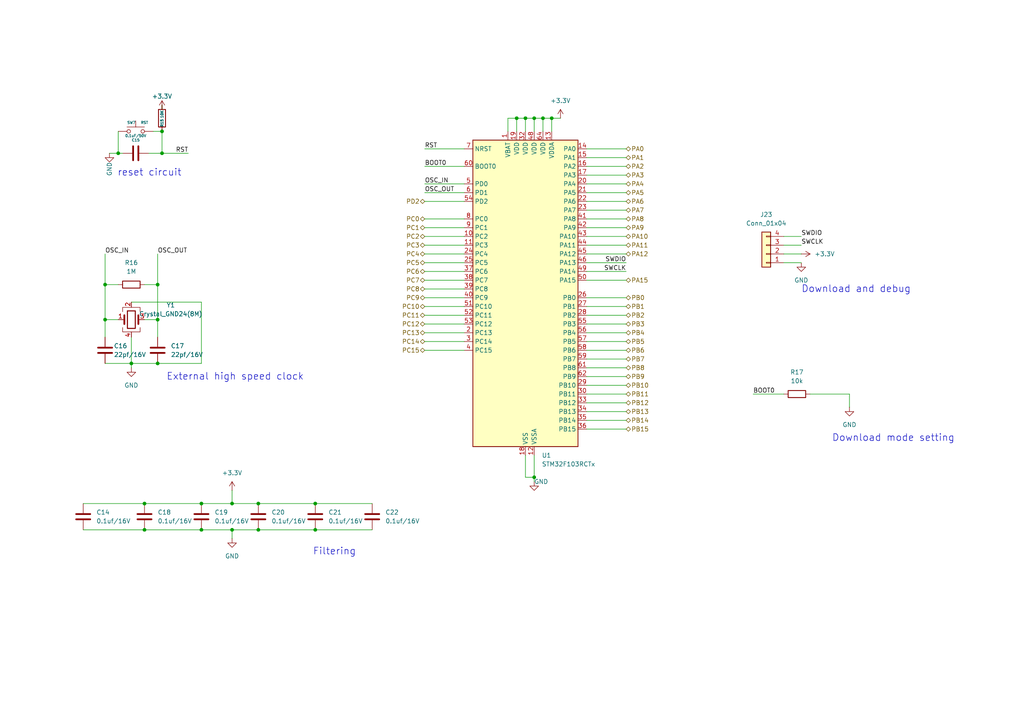
<source format=kicad_sch>
(kicad_sch (version 20231120) (generator "eeschema") (generator_version "8.0")
  (paper "A4")
  (lib_symbols
    (symbol "Library:+3.3V" (power) (pin_numbers hide) (pin_names (offset 0) hide)
      (property "Value" "+3.3V" (at 0 3.556 0))
      (symbol "+3.3V_0_1"
        (polyline (pts (xy -0.762 1.27) (xy 0 2.54)))
        (polyline (pts (xy 0 0) (xy 0 2.54)))
        (polyline (pts (xy 0 2.54) (xy 0.762 1.27)))
      )
      (symbol "+3.3V_1_1"
        (pin power_in line (at 0 0 90) (length 0) (name "~") (number "1"))
      )
    )
    (symbol "Library:C" (pin_numbers hide) (pin_names (offset 0.254))
      (property "Reference" "C" (at 0.635 2.54 0))
      (property "Value" "C" (at 0.635 -2.54 0))
      (symbol "C_0_1"
        (polyline (pts (xy -2.032 -0.762) (xy 2.032 -0.762)) (stroke (width 0.508)))
        (polyline (pts (xy -2.032 0.762) (xy 2.032 0.762)) (stroke (width 0.508)))
      )
      (symbol "C_1_1"
        (pin passive line (at 0 3.81 270) (length 2.794) (name "~") (number "1"))
        (pin passive line (at 0 -3.81 90) (length 2.794) (name "~") (number "2"))
      )
    )
    (symbol "Library:Conn_01x04" (pin_names (offset 1.016) hide)
      (property "Reference" "J" (at 0 5.08 0))
      (property "Value" "Conn_01x04" (at 0 -7.62 0))
      (symbol "Conn_01x04_1_1"
        (rectangle (start -1.27 -4.953) (end 0 -5.207) (stroke (width 0.1524)))
        (rectangle (start -1.27 -2.413) (end 0 -2.667) (stroke (width 0.1524)))
        (rectangle (start -1.27 0.127) (end 0 -0.127) (stroke (width 0.1524)))
        (rectangle (start -1.27 2.667) (end 0 2.413) (stroke (width 0.1524)))
        (rectangle (start -1.27 3.81) (end 1.27 -6.35) (stroke (width 0.254)) (fill (type background)))
        (pin passive line (at -5.08 2.54 0) (length 3.81) (name "Pin_1") (number "1"))
        (pin passive line (at -5.08 0 0) (length 3.81) (name "Pin_2") (number "2"))
        (pin passive line (at -5.08 -2.54 0) (length 3.81) (name "Pin_3") (number "3"))
        (pin passive line (at -5.08 -5.08 0) (length 3.81) (name "Pin_4") (number "4"))
      )
    )
    (symbol "Library:Crystal_GND24" (pin_names (offset 1.016) hide)
      (property "Reference" "Y" (at 3.175 5.08 0))
      (property "Value" "Crystal_GND24" (at 3.175 3.175 0))
      (symbol "Crystal_GND24_0_1"
        (rectangle (start -1.143 2.54) (end 1.143 -2.54) (stroke (width 0.3048)))
        (polyline (pts (xy -2.54 0) (xy -2.032 0)))
        (polyline (pts (xy -2.032 -1.27) (xy -2.032 1.27)) (stroke (width 0.508)))
        (polyline (pts (xy 0 -3.81) (xy 0 -3.556)))
        (polyline (pts (xy 0 3.556) (xy 0 3.81)))
        (polyline (pts (xy 2.032 -1.27) (xy 2.032 1.27)) (stroke (width 0.508)))
        (polyline (pts (xy 2.032 0) (xy 2.54 0)))
        (polyline (pts (xy -2.54 -2.286) (xy -2.54 -3.556) (xy 2.54 -3.556) (xy 2.54 -2.286)))
        (polyline (pts (xy -2.54 2.286) (xy -2.54 3.556) (xy 2.54 3.556) (xy 2.54 2.286)))
      )
      (symbol "Crystal_GND24_1_1"
        (pin passive line (at -3.81 0 0) (length 1.27) (name "1") (number "1"))
        (pin passive line (at 0 5.08 270) (length 1.27) (name "2") (number "2"))
        (pin passive line (at 3.81 0 180) (length 1.27) (name "3") (number "3"))
        (pin passive line (at 0 -5.08 90) (length 1.27) (name "4") (number "4"))
      )
    )
    (symbol "Library:GND" (power) (pin_numbers hide) (pin_names (offset 0) hide)
      (property "Value" "GND" (at 0 -3.81 0))
      (symbol "GND_0_1"
        (polyline (pts (xy 0 0) (xy 0 -1.27) (xy 1.27 -1.27) (xy 0 -2.54) (xy -1.27 -1.27) (xy 0 -1.27)))
      )
      (symbol "GND_1_1"
        (pin power_in line (at 0 0 270) (length 0) (name "~") (number "1"))
      )
    )
    (symbol "Library:R" (pin_numbers hide) (pin_names (offset 0))
      (property "Reference" "R" (at 2.032 0 90))
      (property "Value" "R" (at 0 0 90))
      (symbol "R_0_1"
        (rectangle (start -1.016 -2.54) (end 1.016 2.54) (stroke (width 0.254)))
      )
      (symbol "R_1_1"
        (pin passive line (at 0 3.81 270) (length 1.27) (name "~") (number "1"))
        (pin passive line (at 0 -3.81 90) (length 1.27) (name "~") (number "2"))
      )
    )
    (symbol "Library:STM32F103RCTx"
      (property "Reference" "U" (at -15.24 46.99 0))
      (property "Value" "STM32F103RCTx" (at 10.16 46.99 0))
      (symbol "STM32F103RCTx_0_1"
        (rectangle (start -15.24 -43.18) (end 15.24 45.72) (stroke (width 0.254)) (fill (type background)))
      )
      (symbol "STM32F103RCTx_1_1"
        (pin power_in line (at -5.08 48.26 270) (length 2.54) (name "VBAT") (number "1"))
        (pin bidirectional line (at -17.78 17.78 0) (length 2.54) (name "PC2") (number "10"))
        (pin bidirectional line (at -17.78 15.24 0) (length 2.54) (name "PC3") (number "11"))
        (pin power_in line (at 2.54 -45.72 90) (length 2.54) (name "VSSA") (number "12"))
        (pin power_in line (at 7.62 48.26 270) (length 2.54) (name "VDDA") (number "13"))
        (pin bidirectional line (at 17.78 43.18 180) (length 2.54) (name "PA0") (number "14"))
        (pin bidirectional line (at 17.78 40.64 180) (length 2.54) (name "PA1") (number "15"))
        (pin bidirectional line (at 17.78 38.1 180) (length 2.54) (name "PA2") (number "16"))
        (pin bidirectional line (at 17.78 35.56 180) (length 2.54) (name "PA3") (number "17"))
        (pin power_in line (at 0 -45.72 90) (length 2.54) (name "VSS") (number "18"))
        (pin power_in line (at -2.54 48.26 270) (length 2.54) (name "VDD") (number "19"))
        (pin bidirectional line (at -17.78 -10.16 0) (length 2.54) (name "PC13") (number "2"))
        (pin bidirectional line (at 17.78 33.02 180) (length 2.54) (name "PA4") (number "20"))
        (pin bidirectional line (at 17.78 30.48 180) (length 2.54) (name "PA5") (number "21"))
        (pin bidirectional line (at 17.78 27.94 180) (length 2.54) (name "PA6") (number "22"))
        (pin bidirectional line (at 17.78 25.4 180) (length 2.54) (name "PA7") (number "23"))
        (pin bidirectional line (at -17.78 12.7 0) (length 2.54) (name "PC4") (number "24"))
        (pin bidirectional line (at -17.78 10.16 0) (length 2.54) (name "PC5") (number "25"))
        (pin bidirectional line (at 17.78 0 180) (length 2.54) (name "PB0") (number "26"))
        (pin bidirectional line (at 17.78 -2.54 180) (length 2.54) (name "PB1") (number "27"))
        (pin bidirectional line (at 17.78 -5.08 180) (length 2.54) (name "PB2") (number "28"))
        (pin bidirectional line (at 17.78 -25.4 180) (length 2.54) (name "PB10") (number "29"))
        (pin bidirectional line (at -17.78 -12.7 0) (length 2.54) (name "PC14") (number "3"))
        (pin bidirectional line (at 17.78 -27.94 180) (length 2.54) (name "PB11") (number "30"))
        (pin passive line (at 0 -45.72 90) (length 2.54) hide (name "VSS") (number "31"))
        (pin power_in line (at 0 48.26 270) (length 2.54) (name "VDD") (number "32"))
        (pin bidirectional line (at 17.78 -30.48 180) (length 2.54) (name "PB12") (number "33"))
        (pin bidirectional line (at 17.78 -33.02 180) (length 2.54) (name "PB13") (number "34"))
        (pin bidirectional line (at 17.78 -35.56 180) (length 2.54) (name "PB14") (number "35"))
        (pin bidirectional line (at 17.78 -38.1 180) (length 2.54) (name "PB15") (number "36"))
        (pin bidirectional line (at -17.78 7.62 0) (length 2.54) (name "PC6") (number "37"))
        (pin bidirectional line (at -17.78 5.08 0) (length 2.54) (name "PC7") (number "38"))
        (pin bidirectional line (at -17.78 2.54 0) (length 2.54) (name "PC8") (number "39"))
        (pin bidirectional line (at -17.78 -15.24 0) (length 2.54) (name "PC15") (number "4"))
        (pin bidirectional line (at -17.78 0 0) (length 2.54) (name "PC9") (number "40"))
        (pin bidirectional line (at 17.78 22.86 180) (length 2.54) (name "PA8") (number "41"))
        (pin bidirectional line (at 17.78 20.32 180) (length 2.54) (name "PA9") (number "42"))
        (pin bidirectional line (at 17.78 17.78 180) (length 2.54) (name "PA10") (number "43"))
        (pin bidirectional line (at 17.78 15.24 180) (length 2.54) (name "PA11") (number "44"))
        (pin bidirectional line (at 17.78 12.7 180) (length 2.54) (name "PA12") (number "45"))
        (pin bidirectional line (at 17.78 10.16 180) (length 2.54) (name "PA13") (number "46"))
        (pin passive line (at 0 -45.72 90) (length 2.54) hide (name "VSS") (number "47"))
        (pin power_in line (at 2.54 48.26 270) (length 2.54) (name "VDD") (number "48"))
        (pin bidirectional line (at 17.78 7.62 180) (length 2.54) (name "PA14") (number "49"))
        (pin bidirectional line (at -17.78 33.02 0) (length 2.54) (name "PD0") (number "5"))
        (pin bidirectional line (at 17.78 5.08 180) (length 2.54) (name "PA15") (number "50"))
        (pin bidirectional line (at -17.78 -2.54 0) (length 2.54) (name "PC10") (number "51"))
        (pin bidirectional line (at -17.78 -5.08 0) (length 2.54) (name "PC11") (number "52"))
        (pin bidirectional line (at -17.78 -7.62 0) (length 2.54) (name "PC12") (number "53"))
        (pin bidirectional line (at -17.78 27.94 0) (length 2.54) (name "PD2") (number "54"))
        (pin bidirectional line (at 17.78 -7.62 180) (length 2.54) (name "PB3") (number "55"))
        (pin bidirectional line (at 17.78 -10.16 180) (length 2.54) (name "PB4") (number "56"))
        (pin bidirectional line (at 17.78 -12.7 180) (length 2.54) (name "PB5") (number "57"))
        (pin bidirectional line (at 17.78 -15.24 180) (length 2.54) (name "PB6") (number "58"))
        (pin bidirectional line (at 17.78 -17.78 180) (length 2.54) (name "PB7") (number "59"))
        (pin bidirectional line (at -17.78 30.48 0) (length 2.54) (name "PD1") (number "6"))
        (pin input line (at -17.78 38.1 0) (length 2.54) (name "BOOT0") (number "60"))
        (pin bidirectional line (at 17.78 -20.32 180) (length 2.54) (name "PB8") (number "61"))
        (pin bidirectional line (at 17.78 -22.86 180) (length 2.54) (name "PB9") (number "62"))
        (pin passive line (at 0 -45.72 90) (length 2.54) hide (name "VSS") (number "63"))
        (pin power_in line (at 5.08 48.26 270) (length 2.54) (name "VDD") (number "64"))
        (pin input line (at -17.78 43.18 0) (length 2.54) (name "NRST") (number "7"))
        (pin bidirectional line (at -17.78 22.86 0) (length 2.54) (name "PC0") (number "8"))
        (pin bidirectional line (at -17.78 20.32 0) (length 2.54) (name "PC1") (number "9"))
      )
    )
    (symbol "Library:SW_Push" (pin_numbers hide) (pin_names (offset 1.016) hide)
      (property "Reference" "SW" (at 1.27 2.54 0))
      (property "Value" "SW_Push" (at 0 -1.524 0))
      (symbol "SW_Push_0_1"
        (circle (center -2.032 0) (radius 0.508))
        (polyline (pts (xy 0 1.27) (xy 0 3.048)))
        (polyline (pts (xy 2.54 1.27) (xy -2.54 1.27)))
        (circle (center 2.032 0) (radius 0.508))
        (pin passive line (at -5.08 0 0) (length 2.54) (name "1") (number "1"))
        (pin passive line (at 5.08 0 180) (length 2.54) (name "2") (number "2"))
      )
    )
  )
  (junction (at 30.48 82.55))
  (junction (at 152.4 34.29))
  (junction (at 67.31 146.05))
  (junction (at 45.72 105.41))
  (junction (at 41.91 153.67))
  (junction (at 74.93 146.05))
  (junction (at 74.93 153.67))
  (junction (at 30.48 92.71))
  (junction (at 160.02 34.29))
  (junction (at 91.44 153.67))
  (junction (at 46.99 38.1))
  (junction (at 58.42 146.05))
  (junction (at 154.94 138.43))
  (junction (at 34.29 44.45))
  (junction (at 91.44 146.05))
  (junction (at 45.72 92.71))
  (junction (at 41.91 146.05))
  (junction (at 46.99 44.45))
  (junction (at 38.1 105.41))
  (junction (at 154.94 34.29))
  (junction (at 157.48 34.29))
  (junction (at 58.42 153.67))
  (junction (at 67.31 153.67))
  (junction (at 45.72 82.55))
  (junction (at 149.86 34.29))
  (wire (pts (xy 123.19 78.74) (xy 134.62 78.74)))
  (wire (pts (xy 170.18 106.68) (xy 181.61 106.68)))
  (wire (pts (xy 24.13 146.05) (xy 41.91 146.05)))
  (wire (pts (xy 123.19 73.66) (xy 134.62 73.66)))
  (wire (pts (xy 170.18 55.88) (xy 181.61 55.88)))
  (wire (pts (xy 170.18 81.28) (xy 181.61 81.28)))
  (wire (pts (xy 234.95 114.3) (xy 246.38 114.3)))
  (wire (pts (xy 34.29 38.1) (xy 34.29 44.45)))
  (wire (pts (xy 123.19 88.9) (xy 134.62 88.9)))
  (wire (pts (xy 123.19 93.98) (xy 134.62 93.98)))
  (wire (pts (xy 170.18 58.42) (xy 181.61 58.42)))
  (wire (pts (xy 246.38 114.3) (xy 246.38 118.11)))
  (wire (pts (xy 38.1 105.41) (xy 45.72 105.41)))
  (wire (pts (xy 43.18 44.45) (xy 46.99 44.45)))
  (wire (pts (xy 31.75 44.45) (xy 34.29 44.45)))
  (wire (pts (xy 218.44 114.3) (xy 227.33 114.3)))
  (wire (pts (xy 67.31 142.24) (xy 67.31 146.05)))
  (wire (pts (xy 67.31 146.05) (xy 74.93 146.05)))
  (wire (pts (xy 170.18 76.2) (xy 181.61 76.2)))
  (wire (pts (xy 41.91 92.71) (xy 45.72 92.71)))
  (wire (pts (xy 170.18 109.22) (xy 181.61 109.22)))
  (wire (pts (xy 58.42 146.05) (xy 67.31 146.05)))
  (wire (pts (xy 45.72 73.66) (xy 45.72 82.55)))
  (wire (pts (xy 123.19 81.28) (xy 134.62 81.28)))
  (wire (pts (xy 38.1 87.63) (xy 58.42 87.63)))
  (wire (pts (xy 170.18 104.14) (xy 181.61 104.14)))
  (wire (pts (xy 58.42 105.41) (xy 45.72 105.41)))
  (wire (pts (xy 170.18 71.12) (xy 181.61 71.12)))
  (wire (pts (xy 157.48 34.29) (xy 160.02 34.29)))
  (wire (pts (xy 154.94 34.29) (xy 154.94 38.1)))
  (wire (pts (xy 41.91 153.67) (xy 58.42 153.67)))
  (wire (pts (xy 123.19 71.12) (xy 134.62 71.12)))
  (wire (pts (xy 147.32 34.29) (xy 147.32 38.1)))
  (wire (pts (xy 30.48 97.79) (xy 30.48 92.71)))
  (wire (pts (xy 149.86 34.29) (xy 149.86 38.1)))
  (wire (pts (xy 45.72 92.71) (xy 45.72 97.79)))
  (wire (pts (xy 227.33 76.2) (xy 232.41 76.2)))
  (wire (pts (xy 123.19 96.52) (xy 134.62 96.52)))
  (wire (pts (xy 149.86 34.29) (xy 147.32 34.29)))
  (wire (pts (xy 91.44 146.05) (xy 107.95 146.05)))
  (wire (pts (xy 170.18 116.84) (xy 181.61 116.84)))
  (wire (pts (xy 170.18 124.46) (xy 181.61 124.46)))
  (wire (pts (xy 160.02 34.29) (xy 162.56 34.29)))
  (wire (pts (xy 154.94 34.29) (xy 157.48 34.29)))
  (wire (pts (xy 227.33 68.58) (xy 232.41 68.58)))
  (wire (pts (xy 170.18 53.34) (xy 181.61 53.34)))
  (wire (pts (xy 74.93 146.05) (xy 91.44 146.05)))
  (wire (pts (xy 58.42 87.63) (xy 58.42 105.41)))
  (wire (pts (xy 91.44 153.67) (xy 107.95 153.67)))
  (wire (pts (xy 123.19 55.88) (xy 134.62 55.88)))
  (wire (pts (xy 170.18 60.96) (xy 181.61 60.96)))
  (wire (pts (xy 34.29 82.55) (xy 30.48 82.55)))
  (wire (pts (xy 170.18 50.8) (xy 181.61 50.8)))
  (wire (pts (xy 227.33 73.66) (xy 232.41 73.66)))
  (wire (pts (xy 160.02 34.29) (xy 160.02 38.1)))
  (wire (pts (xy 123.19 48.26) (xy 134.62 48.26)))
  (wire (pts (xy 152.4 132.08) (xy 152.4 138.43)))
  (wire (pts (xy 170.18 43.18) (xy 181.61 43.18)))
  (wire (pts (xy 123.19 43.18) (xy 134.62 43.18)))
  (wire (pts (xy 152.4 34.29) (xy 154.94 34.29)))
  (wire (pts (xy 24.13 153.67) (xy 41.91 153.67)))
  (wire (pts (xy 157.48 34.29) (xy 157.48 38.1)))
  (wire (pts (xy 30.48 105.41) (xy 38.1 105.41)))
  (wire (pts (xy 30.48 73.66) (xy 30.48 82.55)))
  (wire (pts (xy 170.18 111.76) (xy 181.61 111.76)))
  (wire (pts (xy 123.19 66.04) (xy 134.62 66.04)))
  (wire (pts (xy 170.18 119.38) (xy 181.61 119.38)))
  (wire (pts (xy 123.19 58.42) (xy 134.62 58.42)))
  (wire (pts (xy 170.18 63.5) (xy 181.61 63.5)))
  (wire (pts (xy 152.4 138.43) (xy 154.94 138.43)))
  (wire (pts (xy 30.48 92.71) (xy 34.29 92.71)))
  (wire (pts (xy 170.18 66.04) (xy 181.61 66.04)))
  (wire (pts (xy 170.18 101.6) (xy 181.61 101.6)))
  (wire (pts (xy 170.18 78.74) (xy 181.61 78.74)))
  (wire (pts (xy 154.94 138.43) (xy 154.94 132.08)))
  (wire (pts (xy 41.91 82.55) (xy 45.72 82.55)))
  (wire (pts (xy 44.45 38.1) (xy 46.99 38.1)))
  (wire (pts (xy 41.91 146.05) (xy 58.42 146.05)))
  (wire (pts (xy 123.19 91.44) (xy 134.62 91.44)))
  (wire (pts (xy 46.99 31.75) (xy 46.99 30.48)))
  (wire (pts (xy 46.99 38.1) (xy 46.99 44.45)))
  (wire (pts (xy 170.18 96.52) (xy 181.61 96.52)))
  (wire (pts (xy 170.18 86.36) (xy 181.61 86.36)))
  (wire (pts (xy 152.4 34.29) (xy 152.4 38.1)))
  (wire (pts (xy 170.18 114.3) (xy 181.61 114.3)))
  (wire (pts (xy 123.19 101.6) (xy 134.62 101.6)))
  (wire (pts (xy 170.18 88.9) (xy 181.61 88.9)))
  (wire (pts (xy 170.18 121.92) (xy 181.61 121.92)))
  (wire (pts (xy 170.18 93.98) (xy 181.61 93.98)))
  (wire (pts (xy 34.29 44.45) (xy 35.56 44.45)))
  (wire (pts (xy 170.18 91.44) (xy 181.61 91.44)))
  (wire (pts (xy 149.86 34.29) (xy 152.4 34.29)))
  (wire (pts (xy 123.19 53.34) (xy 134.62 53.34)))
  (wire (pts (xy 123.19 68.58) (xy 134.62 68.58)))
  (wire (pts (xy 74.93 153.67) (xy 91.44 153.67)))
  (wire (pts (xy 38.1 97.79) (xy 38.1 105.41)))
  (wire (pts (xy 67.31 153.67) (xy 74.93 153.67)))
  (wire (pts (xy 67.31 153.67) (xy 67.31 156.21)))
  (wire (pts (xy 123.19 86.36) (xy 134.62 86.36)))
  (wire (pts (xy 123.19 83.82) (xy 134.62 83.82)))
  (wire (pts (xy 45.72 82.55) (xy 45.72 92.71)))
  (wire (pts (xy 58.42 153.67) (xy 67.31 153.67)))
  (wire (pts (xy 170.18 73.66) (xy 181.61 73.66)))
  (wire (pts (xy 54.61 44.45) (xy 46.99 44.45)))
  (wire (pts (xy 227.33 71.12) (xy 232.41 71.12)))
  (wire (pts (xy 170.18 45.72) (xy 181.61 45.72)))
  (wire (pts (xy 38.1 105.41) (xy 38.1 106.68)))
  (wire (pts (xy 154.94 138.43) (xy 154.94 139.7)))
  (wire (pts (xy 170.18 68.58) (xy 181.61 68.58)))
  (wire (pts (xy 123.19 76.2) (xy 134.62 76.2)))
  (wire (pts (xy 123.19 99.06) (xy 134.62 99.06)))
  (wire (pts (xy 170.18 48.26) (xy 181.61 48.26)))
  (wire (pts (xy 30.48 82.55) (xy 30.48 92.71)))
  (wire (pts (xy 170.18 99.06) (xy 181.61 99.06)))
  (wire (pts (xy 123.19 63.5) (xy 134.62 63.5)))
  (text "Filtering" (at 97.028 160.02 0) (effects (font (size 2 2))))
  (text "Download mode setting" (at 241.3 128.27 0) (effects (font (size 2 2)) (justify left bottom)))
  (text "External high speed clock" (at 48.26 110.49 0) (effects (font (size 2 2)) (justify left bottom)))
  (text "Download and debug" (at 232.41 85.09 0) (effects (font (size 2 2)) (justify left bottom)))
  (text "reset circuit" (at 34.036 51.308 0) (effects (font (size 2 2)) (justify left bottom)))
  (label "OSC_IN" (at 123.19 53.34 0))
  (label "BOOT0" (at 218.44 114.3 0))
  (label "RST" (at 54.61 44.45 180))
  (label "RST" (at 123.19 43.18 0))
  (label "OSC_OUT" (at 45.72 73.66 0))
  (label "OSC_IN" (at 30.48 73.66 0))
  (label "OSC_OUT" (at 123.19 55.88 0))
  (label "SWCLK" (at 232.41 71.12 0))
  (label "BOOT0" (at 123.19 48.26 0))
  (label "SWCLK" (at 181.61 78.74 180))
  (label "SWDIO" (at 181.61 76.2 180))
  (label "SWDIO" (at 232.41 68.58 0))
  (hierarchical_label "PB13" (shape bidirectional) (at 181.61 119.38 0))
  (hierarchical_label "PB6" (shape bidirectional) (at 181.61 101.6 0))
  (hierarchical_label "PB14" (shape bidirectional) (at 181.61 121.92 0))
  (hierarchical_label "PC14" (shape bidirectional) (at 123.19 99.06 180))
  (hierarchical_label "PC11" (shape bidirectional) (at 123.19 91.44 180))
  (hierarchical_label "PC6" (shape bidirectional) (at 123.19 78.74 180))
  (hierarchical_label "PB3" (shape bidirectional) (at 181.61 93.98 0))
  (hierarchical_label "PA11" (shape bidirectional) (at 181.61 71.12 0))
  (hierarchical_label "PA9" (shape bidirectional) (at 181.61 66.04 0))
  (hierarchical_label "PB11" (shape bidirectional) (at 181.61 114.3 0))
  (hierarchical_label "PB15" (shape bidirectional) (at 181.61 124.46 0))
  (hierarchical_label "PC0" (shape bidirectional) (at 123.19 63.5 180))
  (hierarchical_label "PA3" (shape bidirectional) (at 181.61 50.8 0))
  (hierarchical_label "PB1" (shape bidirectional) (at 181.61 88.9 0))
  (hierarchical_label "PC4" (shape bidirectional) (at 123.19 73.66 180))
  (hierarchical_label "PA5" (shape bidirectional) (at 181.61 55.88 0))
  (hierarchical_label "PC15" (shape bidirectional) (at 123.19 101.6 180))
  (hierarchical_label "PB9" (shape bidirectional) (at 181.61 109.22 0))
  (hierarchical_label "PB7" (shape bidirectional) (at 181.61 104.14 0))
  (hierarchical_label "PD2" (shape bidirectional) (at 123.19 58.42 180))
  (hierarchical_label "PA4" (shape bidirectional) (at 181.61 53.34 0))
  (hierarchical_label "PA7" (shape bidirectional) (at 181.61 60.96 0))
  (hierarchical_label "PC5" (shape bidirectional) (at 123.19 76.2 180))
  (hierarchical_label "PB8" (shape bidirectional) (at 181.61 106.68 0))
  (hierarchical_label "PB10" (shape bidirectional) (at 181.61 111.76 0))
  (hierarchical_label "PB0" (shape bidirectional) (at 181.61 86.36 0))
  (hierarchical_label "PA15" (shape bidirectional) (at 181.61 81.28 0))
  (hierarchical_label "PA2" (shape bidirectional) (at 181.61 48.26 0))
  (hierarchical_label "PC13" (shape bidirectional) (at 123.19 96.52 180))
  (hierarchical_label "PB2" (shape bidirectional) (at 181.61 91.44 0))
  (hierarchical_label "PA6" (shape bidirectional) (at 181.61 58.42 0))
  (hierarchical_label "PC9" (shape bidirectional) (at 123.19 86.36 180))
  (hierarchical_label "PA12" (shape bidirectional) (at 181.61 73.66 0))
  (hierarchical_label "PB12" (shape bidirectional) (at 181.61 116.84 0))
  (hierarchical_label "PB5" (shape bidirectional) (at 181.61 99.06 0))
  (hierarchical_label "PC2" (shape bidirectional) (at 123.19 68.58 180))
  (hierarchical_label "PA8" (shape bidirectional) (at 181.61 63.5 0))
  (hierarchical_label "PA10" (shape bidirectional) (at 181.61 68.58 0))
  (hierarchical_label "PC8" (shape bidirectional) (at 123.19 83.82 180))
  (hierarchical_label "PC7" (shape bidirectional) (at 123.19 81.28 180))
  (hierarchical_label "PC1" (shape bidirectional) (at 123.19 66.04 180))
  (hierarchical_label "PC3" (shape bidirectional) (at 123.19 71.12 180))
  (hierarchical_label "PC12" (shape bidirectional) (at 123.19 93.98 180))
  (hierarchical_label "PA1" (shape bidirectional) (at 181.61 45.72 0))
  (hierarchical_label "PC10" (shape bidirectional) (at 123.19 88.9 180))
  (hierarchical_label "PA0" (shape bidirectional) (at 181.61 43.18 0))
  (hierarchical_label "PB4" (shape bidirectional) (at 181.61 96.52 0))
  (symbol (lib_id "Library:STM32F103RCTx") (at 152.4 86.36 0) (unit 1)
    (property "Reference" "U1" (at 157.1341 132.08 0) (effects (justify left)))
    (property "Value" "STM32F103RCTx" (at 157.1341 134.62 0) (effects (justify left)))
    (property "Footprint" "Package_QFP:LQFP-64_10x10mm_P0.5mm" (effects (hide yes)))
    (property "Datasheet" "https://www.st.com/resource/en/datasheet/stm32f103rc.pdf" (effects (hide yes)))
    (property "Description" "STMicroelectronics Arm Cortex-M3 MCU, 256KB flash, 48KB RAM, 72 MHz, 2.0-3.6V, 51 GPIO, LQFP64" (effects (hide yes)))
  )
  (symbol (lib_id "Library:C") (at 58.42 149.86 0) (unit 1)
    (property "Reference" "C19" (at 62.23 148.59 0) (effects (justify left)))
    (property "Value" "0.1uf/16V" (at 62.23 151.13 0) (effects (justify left)))
    (property "Footprint" "Capacitor_SMD:C_0603_1608Metric" (effects (hide yes)))
  )
  (symbol (lib_id "Library:GND") (at 67.31 156.21 0) (unit 1)
    (property "Reference" "#PWR070" (effects (hide yes)))
    (property "Value" "GND" (at 67.31 161.29 0))
  )
  (symbol (lib_id "Library:+3.3V") (at 67.31 142.24 0) (unit 1)
    (property "Reference" "#PWR069" (effects (hide yes)))
    (property "Value" "+3.3V" (at 67.31 137.16 0))
  )
  (symbol (lib_id "Library:GND") (at 232.41 76.2 0) (unit 1)
    (property "Reference" "#PWR076" (effects (hide yes)))
    (property "Value" "GND" (at 232.41 81.28 0))
  )
  (symbol (lib_id "Library:GND") (at 246.38 118.11 0) (unit 1)
    (property "Reference" "#PWR082" (effects (hide yes)))
    (property "Value" "GND" (at 246.38 123.19 0))
  )
  (symbol (lib_id "Library:C") (at 30.48 101.6 0) (unit 1)
    (property "Reference" "C16" (at 33.02 100.33 0) (effects (justify left)))
    (property "Value" "22pf/16V" (at 33.02 102.87 0) (effects (justify left)))
    (property "Footprint" "Capacitor_SMD:C_0603_1608Metric" (effects (hide yes)))
  )
  (symbol (lib_id "Library:+3.3V") (at 162.56 34.29 0) (unit 1)
    (property "Reference" "#PWR068" (effects (hide yes)))
    (property "Value" "+3.3V" (at 162.56 29.21 0))
    (property "Description" "Power symbol creates a global label with name \"+3.3V\"" (effects (hide yes)))
  )
  (symbol (lib_id "Library:C") (at 45.72 101.6 0) (unit 1)
    (property "Reference" "C17" (at 49.53 100.33 0) (effects (justify left)))
    (property "Value" "22pf/16V" (at 49.53 102.87 0) (effects (justify left)))
    (property "Footprint" "Capacitor_SMD:C_0603_1608Metric" (effects (hide yes)))
  )
  (symbol (lib_id "Library:+3.3V") (at 232.41 73.66 270) (unit 1)
    (property "Reference" "#PWR083" (effects (hide yes)))
    (property "Value" "+3.3V" (at 236.22 73.6599 90) (effects (justify left)))
    (property "Description" "Power symbol creates a global label with name \"+3.3V\"" (effects (hide yes)))
  )
  (symbol (lib_id "Library:R") (at 46.99 34.29 180) (unit 1)
    (property "Reference" "R15" (at 46.99 36.83 90) (effects (font (size 0.762 0.762)) (justify right)))
    (property "Value" "10K" (at 46.99 34.29 90) (effects (font (size 0.762 0.762)) (justify right)))
    (property "Footprint" "Resistor_SMD:R_0603_1608Metric" (effects (hide yes)))
  )
  (symbol (lib_id "Library:SW_Push") (at 39.37 38.1 0) (unit 1)
    (property "Reference" "SW7" (at 38.1 35.56 0) (effects (font (size 0.762 0.762))))
    (property "Value" "RST" (at 41.91 35.56 0) (effects (font (size 0.762 0.762))))
    (property "Footprint" "Button_Switch_SMD:SW_SPST_FSMSM" (effects (hide yes)))
  )
  (symbol (lib_id "Library:GND") (at 31.75 44.45 0) (unit 1)
    (property "Reference" "#PWR049" (effects (hide yes)))
    (property "Value" "GND" (at 31.75 46.99 90) (effects (justify right)))
  )
  (symbol (lib_id "Library:GND") (at 38.1 106.68 0) (unit 1)
    (property "Reference" "#PWR071" (effects (hide yes)))
    (property "Value" "GND" (at 38.1 111.76 0))
  )
  (symbol (lib_id "Library:Conn_01x04") (at 222.25 73.66 180) (unit 1)
    (property "Reference" "J23" (at 222.25 62.23 0))
    (property "Value" "Conn_01x04" (at 222.25 64.77 0))
    (property "Footprint" "Connector_PinSocket_2.54mm:PinSocket_1x04_P2.54mm_Vertical" (effects (hide yes)))
  )
  (symbol (lib_id "Library:C") (at 91.44 149.86 0) (unit 1)
    (property "Reference" "C21" (at 95.25 148.59 0) (effects (justify left)))
    (property "Value" "0.1uf/16V" (at 95.25 151.13 0) (effects (justify left)))
    (property "Footprint" "Capacitor_SMD:C_0603_1608Metric" (effects (hide yes)))
  )
  (symbol (lib_id "Library:C") (at 39.37 44.45 90) (unit 1)
    (property "Reference" "C15" (at 39.37 40.64 90) (effects (font (size 0.762 0.762))))
    (property "Value" "0.1uF/50V" (at 39.37 39.37 90) (effects (font (size 0.762 0.762))))
    (property "Footprint" "Capacitor_SMD:C_0603_1608Metric" (effects (hide yes)))
  )
  (symbol (lib_id "Library:C") (at 107.95 149.86 0) (unit 1)
    (property "Reference" "C22" (at 111.76 148.59 0) (effects (justify left)))
    (property "Value" "0.1uf/16V" (at 111.76 151.13 0) (effects (justify left)))
    (property "Footprint" "Capacitor_SMD:C_0603_1608Metric" (effects (hide yes)))
  )
  (symbol (lib_id "Library:+3.3V") (at 46.99 31.75 0) (unit 1)
    (property "Reference" "#PWR050" (effects (hide yes)))
    (property "Value" "+3.3V" (at 46.99 27.94 0))
  )
  (symbol (lib_id "Library:R") (at 231.14 114.3 270) (unit 1)
    (property "Reference" "R17" (at 231.14 107.95 90))
    (property "Value" "10k" (at 231.14 110.49 90))
    (property "Footprint" "Resistor_SMD:R_0805_2012Metric" (effects (hide yes)))
  )
  (symbol (lib_id "Library:C") (at 74.93 149.86 0) (unit 1)
    (property "Reference" "C20" (at 78.74 148.59 0) (effects (justify left)))
    (property "Value" "0.1uf/16V" (at 78.74 151.13 0) (effects (justify left)))
    (property "Footprint" "Capacitor_SMD:C_0603_1608Metric" (effects (hide yes)))
  )
  (symbol (lib_id "Library:C") (at 41.91 149.86 0) (unit 1)
    (property "Reference" "C18" (at 45.72 148.59 0) (effects (justify left)))
    (property "Value" "0.1uf/16V" (at 45.72 151.13 0) (effects (justify left)))
    (property "Footprint" "Capacitor_SMD:C_0603_1608Metric" (effects (hide yes)))
  )
  (symbol (lib_id "Library:GND") (at 154.94 139.7 0) (unit 1)
    (property "Reference" "#PWR060" (effects (hide yes)))
    (property "Value" "GND" (at 156.972 139.7 0))
    (property "Description" "Power symbol creates a global label with name \"GND\" , ground" (effects (hide yes)))
  )
  (symbol (lib_id "Library:C") (at 24.13 149.86 0) (unit 1)
    (property "Reference" "C14" (at 27.94 148.59 0) (effects (justify left)))
    (property "Value" "0.1uf/16V" (at 27.94 151.13 0) (effects (justify left)))
    (property "Footprint" "Capacitor_SMD:C_0603_1608Metric" (effects (hide yes)))
  )
  (symbol (lib_id "Library:Crystal_GND24") (at 38.1 92.71 0) (unit 1)
    (property "Reference" "Y1" (at 49.53 88.5191 0))
    (property "Value" "Crystal_GND24(8M)" (at 49.53 91.0591 0))
    (property "Footprint" "Crystal:Crystal_SMD_3225-4Pin_3.2x2.5mm" (effects (hide yes)))
  )
  (symbol (lib_id "Library:R") (at 38.1 82.55 90) (unit 1)
    (property "Reference" "R16" (at 38.1 76.2 90))
    (property "Value" "1M" (at 38.1 78.74 90))
    (property "Footprint" "Resistor_SMD:R_0805_2012Metric" (effects (hide yes)))
  )
)
</source>
